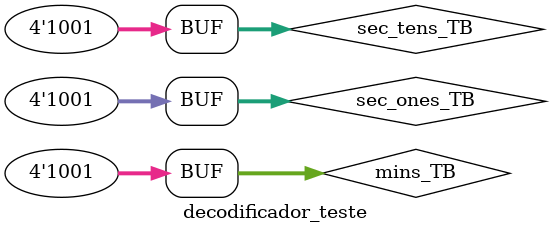
<source format=v>
`timescale 1ns/1ns
`include "decodificador.v"

module decodificador_teste;

    reg  [3:0] mins_TB, sec_tens_TB, sec_ones_TB;
  	wire [6:0] mins_segs_TB, sec_tens_segs_TB, sec_ones_segs_TB;

  	decodificador DUT(.mins(mins_TB), .sec_tens(sec_tens_TB), .sec_ones(sec_ones_TB), .mins_segs(mins_segs_TB), .sec_tens_segs(sec_tens_segs_TB), .sec_ones_segs(sec_ones_segs_TB));

    initial
        begin

            $dumpfile("decodificador_teste.vcd");
            $dumpvars(0, decodificador_teste);

                mins_TB=4'b0000; sec_tens_TB=4'b0000; sec_ones_TB=4'b0000;  
            #5  mins_TB=4'b0001; sec_tens_TB=4'b0001; sec_ones_TB=4'b0001; 
         	  #5  mins_TB=4'b0010; sec_tens_TB=4'b0010; sec_ones_TB=4'b0010;
            #5  mins_TB=4'b0011; sec_tens_TB=4'b0011; sec_ones_TB=4'b0011;
            #5  mins_TB=4'b0100; sec_tens_TB=4'b0100; sec_ones_TB=4'b0100;
            #5  mins_TB=4'b0101; sec_tens_TB=4'b0101; sec_ones_TB=4'b0101;
          	#5  mins_TB=4'b0110; sec_tens_TB=4'b0110; sec_ones_TB=4'b0110;
            #5  mins_TB=4'b0111; sec_tens_TB=4'b0111; sec_ones_TB=4'b0111;
          	#5  mins_TB=4'b1000; sec_tens_TB=4'b1000; sec_ones_TB=4'b1000;
            #5  mins_TB=4'b1001; sec_tens_TB=4'b1001; sec_ones_TB=4'b1001; 
   
        end
endmodule
</source>
